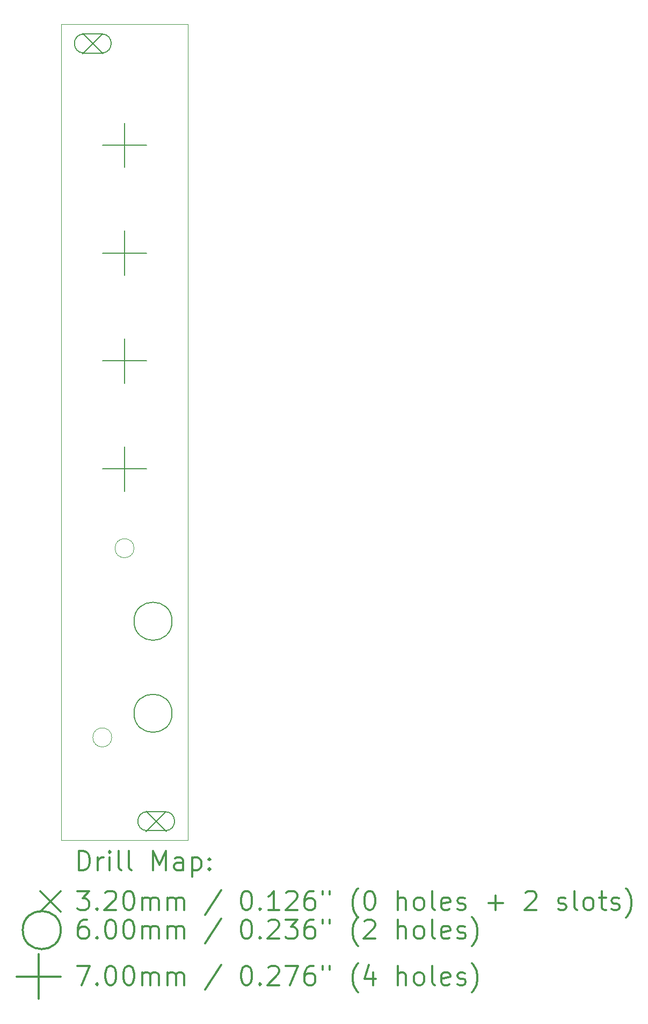
<source format=gbr>
%FSLAX45Y45*%
G04 Gerber Fmt 4.5, Leading zero omitted, Abs format (unit mm)*
G04 Created by KiCad (PCBNEW 5.1.9+dfsg1-1~bpo10+1) date 2022-01-20 02:52:06*
%MOMM*%
%LPD*%
G01*
G04 APERTURE LIST*
%TA.AperFunction,Profile*%
%ADD10C,0.050000*%
%TD*%
%TA.AperFunction,Profile*%
%ADD11C,0.100000*%
%TD*%
%ADD12C,0.200000*%
%ADD13C,0.300000*%
G04 APERTURE END LIST*
D10*
X6150000Y-12250000D02*
G75*
G03*
X6150000Y-12250000I-150000J0D01*
G01*
X5800000Y-15230000D02*
G75*
G03*
X5800000Y-15230000I-150000J0D01*
G01*
D11*
X7000000Y-4000000D02*
X7000000Y-16850000D01*
X5000000Y-4000000D02*
X7000000Y-4000000D01*
X5000000Y-16850000D02*
X5000000Y-4000000D01*
X7000000Y-16850000D02*
X5000000Y-16850000D01*
D12*
X5340000Y-4140000D02*
X5660000Y-4460000D01*
X5660000Y-4140000D02*
X5340000Y-4460000D01*
X5360000Y-4450000D02*
X5640000Y-4450000D01*
X5360000Y-4150000D02*
X5640000Y-4150000D01*
X5640000Y-4450000D02*
G75*
G03*
X5640000Y-4150000I0J150000D01*
G01*
X5360000Y-4150000D02*
G75*
G03*
X5360000Y-4450000I0J-150000D01*
G01*
X6340000Y-16390000D02*
X6660000Y-16710000D01*
X6660000Y-16390000D02*
X6340000Y-16710000D01*
X6360000Y-16700000D02*
X6640000Y-16700000D01*
X6360000Y-16400000D02*
X6640000Y-16400000D01*
X6640000Y-16700000D02*
G75*
G03*
X6640000Y-16400000I0J150000D01*
G01*
X6360000Y-16400000D02*
G75*
G03*
X6360000Y-16700000I0J-150000D01*
G01*
X6750000Y-13400000D02*
G75*
G03*
X6750000Y-13400000I-300000J0D01*
G01*
X6750000Y-14850000D02*
G75*
G03*
X6750000Y-14850000I-300000J0D01*
G01*
X6000000Y-5550000D02*
X6000000Y-6250000D01*
X5650000Y-5900000D02*
X6350000Y-5900000D01*
X6000000Y-7250000D02*
X6000000Y-7950000D01*
X5650000Y-7600000D02*
X6350000Y-7600000D01*
X6000000Y-8950000D02*
X6000000Y-9650000D01*
X5650000Y-9300000D02*
X6350000Y-9300000D01*
X6000000Y-10650000D02*
X6000000Y-11350000D01*
X5650000Y-11000000D02*
X6350000Y-11000000D01*
D13*
X5281428Y-17320714D02*
X5281428Y-17020714D01*
X5352857Y-17020714D01*
X5395714Y-17035000D01*
X5424286Y-17063572D01*
X5438571Y-17092143D01*
X5452857Y-17149286D01*
X5452857Y-17192143D01*
X5438571Y-17249286D01*
X5424286Y-17277857D01*
X5395714Y-17306429D01*
X5352857Y-17320714D01*
X5281428Y-17320714D01*
X5581428Y-17320714D02*
X5581428Y-17120714D01*
X5581428Y-17177857D02*
X5595714Y-17149286D01*
X5610000Y-17135000D01*
X5638571Y-17120714D01*
X5667143Y-17120714D01*
X5767143Y-17320714D02*
X5767143Y-17120714D01*
X5767143Y-17020714D02*
X5752857Y-17035000D01*
X5767143Y-17049286D01*
X5781428Y-17035000D01*
X5767143Y-17020714D01*
X5767143Y-17049286D01*
X5952857Y-17320714D02*
X5924286Y-17306429D01*
X5910000Y-17277857D01*
X5910000Y-17020714D01*
X6110000Y-17320714D02*
X6081428Y-17306429D01*
X6067143Y-17277857D01*
X6067143Y-17020714D01*
X6452857Y-17320714D02*
X6452857Y-17020714D01*
X6552857Y-17235000D01*
X6652857Y-17020714D01*
X6652857Y-17320714D01*
X6924286Y-17320714D02*
X6924286Y-17163572D01*
X6910000Y-17135000D01*
X6881428Y-17120714D01*
X6824286Y-17120714D01*
X6795714Y-17135000D01*
X6924286Y-17306429D02*
X6895714Y-17320714D01*
X6824286Y-17320714D01*
X6795714Y-17306429D01*
X6781428Y-17277857D01*
X6781428Y-17249286D01*
X6795714Y-17220714D01*
X6824286Y-17206429D01*
X6895714Y-17206429D01*
X6924286Y-17192143D01*
X7067143Y-17120714D02*
X7067143Y-17420714D01*
X7067143Y-17135000D02*
X7095714Y-17120714D01*
X7152857Y-17120714D01*
X7181428Y-17135000D01*
X7195714Y-17149286D01*
X7210000Y-17177857D01*
X7210000Y-17263572D01*
X7195714Y-17292143D01*
X7181428Y-17306429D01*
X7152857Y-17320714D01*
X7095714Y-17320714D01*
X7067143Y-17306429D01*
X7338571Y-17292143D02*
X7352857Y-17306429D01*
X7338571Y-17320714D01*
X7324286Y-17306429D01*
X7338571Y-17292143D01*
X7338571Y-17320714D01*
X7338571Y-17135000D02*
X7352857Y-17149286D01*
X7338571Y-17163572D01*
X7324286Y-17149286D01*
X7338571Y-17135000D01*
X7338571Y-17163572D01*
X4675000Y-17655000D02*
X4995000Y-17975000D01*
X4995000Y-17655000D02*
X4675000Y-17975000D01*
X5252857Y-17650714D02*
X5438571Y-17650714D01*
X5338571Y-17765000D01*
X5381428Y-17765000D01*
X5410000Y-17779286D01*
X5424286Y-17793572D01*
X5438571Y-17822143D01*
X5438571Y-17893572D01*
X5424286Y-17922143D01*
X5410000Y-17936429D01*
X5381428Y-17950714D01*
X5295714Y-17950714D01*
X5267143Y-17936429D01*
X5252857Y-17922143D01*
X5567143Y-17922143D02*
X5581428Y-17936429D01*
X5567143Y-17950714D01*
X5552857Y-17936429D01*
X5567143Y-17922143D01*
X5567143Y-17950714D01*
X5695714Y-17679286D02*
X5710000Y-17665000D01*
X5738571Y-17650714D01*
X5810000Y-17650714D01*
X5838571Y-17665000D01*
X5852857Y-17679286D01*
X5867143Y-17707857D01*
X5867143Y-17736429D01*
X5852857Y-17779286D01*
X5681428Y-17950714D01*
X5867143Y-17950714D01*
X6052857Y-17650714D02*
X6081428Y-17650714D01*
X6110000Y-17665000D01*
X6124286Y-17679286D01*
X6138571Y-17707857D01*
X6152857Y-17765000D01*
X6152857Y-17836429D01*
X6138571Y-17893572D01*
X6124286Y-17922143D01*
X6110000Y-17936429D01*
X6081428Y-17950714D01*
X6052857Y-17950714D01*
X6024286Y-17936429D01*
X6010000Y-17922143D01*
X5995714Y-17893572D01*
X5981428Y-17836429D01*
X5981428Y-17765000D01*
X5995714Y-17707857D01*
X6010000Y-17679286D01*
X6024286Y-17665000D01*
X6052857Y-17650714D01*
X6281428Y-17950714D02*
X6281428Y-17750714D01*
X6281428Y-17779286D02*
X6295714Y-17765000D01*
X6324286Y-17750714D01*
X6367143Y-17750714D01*
X6395714Y-17765000D01*
X6410000Y-17793572D01*
X6410000Y-17950714D01*
X6410000Y-17793572D02*
X6424286Y-17765000D01*
X6452857Y-17750714D01*
X6495714Y-17750714D01*
X6524286Y-17765000D01*
X6538571Y-17793572D01*
X6538571Y-17950714D01*
X6681428Y-17950714D02*
X6681428Y-17750714D01*
X6681428Y-17779286D02*
X6695714Y-17765000D01*
X6724286Y-17750714D01*
X6767143Y-17750714D01*
X6795714Y-17765000D01*
X6810000Y-17793572D01*
X6810000Y-17950714D01*
X6810000Y-17793572D02*
X6824286Y-17765000D01*
X6852857Y-17750714D01*
X6895714Y-17750714D01*
X6924286Y-17765000D01*
X6938571Y-17793572D01*
X6938571Y-17950714D01*
X7524286Y-17636429D02*
X7267143Y-18022143D01*
X7910000Y-17650714D02*
X7938571Y-17650714D01*
X7967143Y-17665000D01*
X7981428Y-17679286D01*
X7995714Y-17707857D01*
X8010000Y-17765000D01*
X8010000Y-17836429D01*
X7995714Y-17893572D01*
X7981428Y-17922143D01*
X7967143Y-17936429D01*
X7938571Y-17950714D01*
X7910000Y-17950714D01*
X7881428Y-17936429D01*
X7867143Y-17922143D01*
X7852857Y-17893572D01*
X7838571Y-17836429D01*
X7838571Y-17765000D01*
X7852857Y-17707857D01*
X7867143Y-17679286D01*
X7881428Y-17665000D01*
X7910000Y-17650714D01*
X8138571Y-17922143D02*
X8152857Y-17936429D01*
X8138571Y-17950714D01*
X8124286Y-17936429D01*
X8138571Y-17922143D01*
X8138571Y-17950714D01*
X8438571Y-17950714D02*
X8267143Y-17950714D01*
X8352857Y-17950714D02*
X8352857Y-17650714D01*
X8324286Y-17693572D01*
X8295714Y-17722143D01*
X8267143Y-17736429D01*
X8552857Y-17679286D02*
X8567143Y-17665000D01*
X8595714Y-17650714D01*
X8667143Y-17650714D01*
X8695714Y-17665000D01*
X8710000Y-17679286D01*
X8724286Y-17707857D01*
X8724286Y-17736429D01*
X8710000Y-17779286D01*
X8538571Y-17950714D01*
X8724286Y-17950714D01*
X8981428Y-17650714D02*
X8924286Y-17650714D01*
X8895714Y-17665000D01*
X8881428Y-17679286D01*
X8852857Y-17722143D01*
X8838571Y-17779286D01*
X8838571Y-17893572D01*
X8852857Y-17922143D01*
X8867143Y-17936429D01*
X8895714Y-17950714D01*
X8952857Y-17950714D01*
X8981428Y-17936429D01*
X8995714Y-17922143D01*
X9010000Y-17893572D01*
X9010000Y-17822143D01*
X8995714Y-17793572D01*
X8981428Y-17779286D01*
X8952857Y-17765000D01*
X8895714Y-17765000D01*
X8867143Y-17779286D01*
X8852857Y-17793572D01*
X8838571Y-17822143D01*
X9124286Y-17650714D02*
X9124286Y-17707857D01*
X9238571Y-17650714D02*
X9238571Y-17707857D01*
X9681428Y-18065000D02*
X9667143Y-18050714D01*
X9638571Y-18007857D01*
X9624286Y-17979286D01*
X9610000Y-17936429D01*
X9595714Y-17865000D01*
X9595714Y-17807857D01*
X9610000Y-17736429D01*
X9624286Y-17693572D01*
X9638571Y-17665000D01*
X9667143Y-17622143D01*
X9681428Y-17607857D01*
X9852857Y-17650714D02*
X9881428Y-17650714D01*
X9910000Y-17665000D01*
X9924286Y-17679286D01*
X9938571Y-17707857D01*
X9952857Y-17765000D01*
X9952857Y-17836429D01*
X9938571Y-17893572D01*
X9924286Y-17922143D01*
X9910000Y-17936429D01*
X9881428Y-17950714D01*
X9852857Y-17950714D01*
X9824286Y-17936429D01*
X9810000Y-17922143D01*
X9795714Y-17893572D01*
X9781428Y-17836429D01*
X9781428Y-17765000D01*
X9795714Y-17707857D01*
X9810000Y-17679286D01*
X9824286Y-17665000D01*
X9852857Y-17650714D01*
X10310000Y-17950714D02*
X10310000Y-17650714D01*
X10438571Y-17950714D02*
X10438571Y-17793572D01*
X10424286Y-17765000D01*
X10395714Y-17750714D01*
X10352857Y-17750714D01*
X10324286Y-17765000D01*
X10310000Y-17779286D01*
X10624286Y-17950714D02*
X10595714Y-17936429D01*
X10581428Y-17922143D01*
X10567143Y-17893572D01*
X10567143Y-17807857D01*
X10581428Y-17779286D01*
X10595714Y-17765000D01*
X10624286Y-17750714D01*
X10667143Y-17750714D01*
X10695714Y-17765000D01*
X10710000Y-17779286D01*
X10724286Y-17807857D01*
X10724286Y-17893572D01*
X10710000Y-17922143D01*
X10695714Y-17936429D01*
X10667143Y-17950714D01*
X10624286Y-17950714D01*
X10895714Y-17950714D02*
X10867143Y-17936429D01*
X10852857Y-17907857D01*
X10852857Y-17650714D01*
X11124286Y-17936429D02*
X11095714Y-17950714D01*
X11038571Y-17950714D01*
X11010000Y-17936429D01*
X10995714Y-17907857D01*
X10995714Y-17793572D01*
X11010000Y-17765000D01*
X11038571Y-17750714D01*
X11095714Y-17750714D01*
X11124286Y-17765000D01*
X11138571Y-17793572D01*
X11138571Y-17822143D01*
X10995714Y-17850714D01*
X11252857Y-17936429D02*
X11281428Y-17950714D01*
X11338571Y-17950714D01*
X11367143Y-17936429D01*
X11381428Y-17907857D01*
X11381428Y-17893572D01*
X11367143Y-17865000D01*
X11338571Y-17850714D01*
X11295714Y-17850714D01*
X11267143Y-17836429D01*
X11252857Y-17807857D01*
X11252857Y-17793572D01*
X11267143Y-17765000D01*
X11295714Y-17750714D01*
X11338571Y-17750714D01*
X11367143Y-17765000D01*
X11738571Y-17836429D02*
X11967143Y-17836429D01*
X11852857Y-17950714D02*
X11852857Y-17722143D01*
X12324286Y-17679286D02*
X12338571Y-17665000D01*
X12367143Y-17650714D01*
X12438571Y-17650714D01*
X12467143Y-17665000D01*
X12481428Y-17679286D01*
X12495714Y-17707857D01*
X12495714Y-17736429D01*
X12481428Y-17779286D01*
X12310000Y-17950714D01*
X12495714Y-17950714D01*
X12838571Y-17936429D02*
X12867143Y-17950714D01*
X12924286Y-17950714D01*
X12952857Y-17936429D01*
X12967143Y-17907857D01*
X12967143Y-17893572D01*
X12952857Y-17865000D01*
X12924286Y-17850714D01*
X12881428Y-17850714D01*
X12852857Y-17836429D01*
X12838571Y-17807857D01*
X12838571Y-17793572D01*
X12852857Y-17765000D01*
X12881428Y-17750714D01*
X12924286Y-17750714D01*
X12952857Y-17765000D01*
X13138571Y-17950714D02*
X13110000Y-17936429D01*
X13095714Y-17907857D01*
X13095714Y-17650714D01*
X13295714Y-17950714D02*
X13267143Y-17936429D01*
X13252857Y-17922143D01*
X13238571Y-17893572D01*
X13238571Y-17807857D01*
X13252857Y-17779286D01*
X13267143Y-17765000D01*
X13295714Y-17750714D01*
X13338571Y-17750714D01*
X13367143Y-17765000D01*
X13381428Y-17779286D01*
X13395714Y-17807857D01*
X13395714Y-17893572D01*
X13381428Y-17922143D01*
X13367143Y-17936429D01*
X13338571Y-17950714D01*
X13295714Y-17950714D01*
X13481428Y-17750714D02*
X13595714Y-17750714D01*
X13524286Y-17650714D02*
X13524286Y-17907857D01*
X13538571Y-17936429D01*
X13567143Y-17950714D01*
X13595714Y-17950714D01*
X13681428Y-17936429D02*
X13710000Y-17950714D01*
X13767143Y-17950714D01*
X13795714Y-17936429D01*
X13810000Y-17907857D01*
X13810000Y-17893572D01*
X13795714Y-17865000D01*
X13767143Y-17850714D01*
X13724286Y-17850714D01*
X13695714Y-17836429D01*
X13681428Y-17807857D01*
X13681428Y-17793572D01*
X13695714Y-17765000D01*
X13724286Y-17750714D01*
X13767143Y-17750714D01*
X13795714Y-17765000D01*
X13910000Y-18065000D02*
X13924286Y-18050714D01*
X13952857Y-18007857D01*
X13967143Y-17979286D01*
X13981428Y-17936429D01*
X13995714Y-17865000D01*
X13995714Y-17807857D01*
X13981428Y-17736429D01*
X13967143Y-17693572D01*
X13952857Y-17665000D01*
X13924286Y-17622143D01*
X13910000Y-17607857D01*
X4995000Y-18265000D02*
G75*
G03*
X4995000Y-18265000I-300000J0D01*
G01*
X5410000Y-18100714D02*
X5352857Y-18100714D01*
X5324286Y-18115000D01*
X5310000Y-18129286D01*
X5281428Y-18172143D01*
X5267143Y-18229286D01*
X5267143Y-18343572D01*
X5281428Y-18372143D01*
X5295714Y-18386429D01*
X5324286Y-18400714D01*
X5381428Y-18400714D01*
X5410000Y-18386429D01*
X5424286Y-18372143D01*
X5438571Y-18343572D01*
X5438571Y-18272143D01*
X5424286Y-18243572D01*
X5410000Y-18229286D01*
X5381428Y-18215000D01*
X5324286Y-18215000D01*
X5295714Y-18229286D01*
X5281428Y-18243572D01*
X5267143Y-18272143D01*
X5567143Y-18372143D02*
X5581428Y-18386429D01*
X5567143Y-18400714D01*
X5552857Y-18386429D01*
X5567143Y-18372143D01*
X5567143Y-18400714D01*
X5767143Y-18100714D02*
X5795714Y-18100714D01*
X5824286Y-18115000D01*
X5838571Y-18129286D01*
X5852857Y-18157857D01*
X5867143Y-18215000D01*
X5867143Y-18286429D01*
X5852857Y-18343572D01*
X5838571Y-18372143D01*
X5824286Y-18386429D01*
X5795714Y-18400714D01*
X5767143Y-18400714D01*
X5738571Y-18386429D01*
X5724286Y-18372143D01*
X5710000Y-18343572D01*
X5695714Y-18286429D01*
X5695714Y-18215000D01*
X5710000Y-18157857D01*
X5724286Y-18129286D01*
X5738571Y-18115000D01*
X5767143Y-18100714D01*
X6052857Y-18100714D02*
X6081428Y-18100714D01*
X6110000Y-18115000D01*
X6124286Y-18129286D01*
X6138571Y-18157857D01*
X6152857Y-18215000D01*
X6152857Y-18286429D01*
X6138571Y-18343572D01*
X6124286Y-18372143D01*
X6110000Y-18386429D01*
X6081428Y-18400714D01*
X6052857Y-18400714D01*
X6024286Y-18386429D01*
X6010000Y-18372143D01*
X5995714Y-18343572D01*
X5981428Y-18286429D01*
X5981428Y-18215000D01*
X5995714Y-18157857D01*
X6010000Y-18129286D01*
X6024286Y-18115000D01*
X6052857Y-18100714D01*
X6281428Y-18400714D02*
X6281428Y-18200714D01*
X6281428Y-18229286D02*
X6295714Y-18215000D01*
X6324286Y-18200714D01*
X6367143Y-18200714D01*
X6395714Y-18215000D01*
X6410000Y-18243572D01*
X6410000Y-18400714D01*
X6410000Y-18243572D02*
X6424286Y-18215000D01*
X6452857Y-18200714D01*
X6495714Y-18200714D01*
X6524286Y-18215000D01*
X6538571Y-18243572D01*
X6538571Y-18400714D01*
X6681428Y-18400714D02*
X6681428Y-18200714D01*
X6681428Y-18229286D02*
X6695714Y-18215000D01*
X6724286Y-18200714D01*
X6767143Y-18200714D01*
X6795714Y-18215000D01*
X6810000Y-18243572D01*
X6810000Y-18400714D01*
X6810000Y-18243572D02*
X6824286Y-18215000D01*
X6852857Y-18200714D01*
X6895714Y-18200714D01*
X6924286Y-18215000D01*
X6938571Y-18243572D01*
X6938571Y-18400714D01*
X7524286Y-18086429D02*
X7267143Y-18472143D01*
X7910000Y-18100714D02*
X7938571Y-18100714D01*
X7967143Y-18115000D01*
X7981428Y-18129286D01*
X7995714Y-18157857D01*
X8010000Y-18215000D01*
X8010000Y-18286429D01*
X7995714Y-18343572D01*
X7981428Y-18372143D01*
X7967143Y-18386429D01*
X7938571Y-18400714D01*
X7910000Y-18400714D01*
X7881428Y-18386429D01*
X7867143Y-18372143D01*
X7852857Y-18343572D01*
X7838571Y-18286429D01*
X7838571Y-18215000D01*
X7852857Y-18157857D01*
X7867143Y-18129286D01*
X7881428Y-18115000D01*
X7910000Y-18100714D01*
X8138571Y-18372143D02*
X8152857Y-18386429D01*
X8138571Y-18400714D01*
X8124286Y-18386429D01*
X8138571Y-18372143D01*
X8138571Y-18400714D01*
X8267143Y-18129286D02*
X8281428Y-18115000D01*
X8310000Y-18100714D01*
X8381428Y-18100714D01*
X8410000Y-18115000D01*
X8424286Y-18129286D01*
X8438571Y-18157857D01*
X8438571Y-18186429D01*
X8424286Y-18229286D01*
X8252857Y-18400714D01*
X8438571Y-18400714D01*
X8538571Y-18100714D02*
X8724286Y-18100714D01*
X8624286Y-18215000D01*
X8667143Y-18215000D01*
X8695714Y-18229286D01*
X8710000Y-18243572D01*
X8724286Y-18272143D01*
X8724286Y-18343572D01*
X8710000Y-18372143D01*
X8695714Y-18386429D01*
X8667143Y-18400714D01*
X8581428Y-18400714D01*
X8552857Y-18386429D01*
X8538571Y-18372143D01*
X8981428Y-18100714D02*
X8924286Y-18100714D01*
X8895714Y-18115000D01*
X8881428Y-18129286D01*
X8852857Y-18172143D01*
X8838571Y-18229286D01*
X8838571Y-18343572D01*
X8852857Y-18372143D01*
X8867143Y-18386429D01*
X8895714Y-18400714D01*
X8952857Y-18400714D01*
X8981428Y-18386429D01*
X8995714Y-18372143D01*
X9010000Y-18343572D01*
X9010000Y-18272143D01*
X8995714Y-18243572D01*
X8981428Y-18229286D01*
X8952857Y-18215000D01*
X8895714Y-18215000D01*
X8867143Y-18229286D01*
X8852857Y-18243572D01*
X8838571Y-18272143D01*
X9124286Y-18100714D02*
X9124286Y-18157857D01*
X9238571Y-18100714D02*
X9238571Y-18157857D01*
X9681428Y-18515000D02*
X9667143Y-18500714D01*
X9638571Y-18457857D01*
X9624286Y-18429286D01*
X9610000Y-18386429D01*
X9595714Y-18315000D01*
X9595714Y-18257857D01*
X9610000Y-18186429D01*
X9624286Y-18143572D01*
X9638571Y-18115000D01*
X9667143Y-18072143D01*
X9681428Y-18057857D01*
X9781428Y-18129286D02*
X9795714Y-18115000D01*
X9824286Y-18100714D01*
X9895714Y-18100714D01*
X9924286Y-18115000D01*
X9938571Y-18129286D01*
X9952857Y-18157857D01*
X9952857Y-18186429D01*
X9938571Y-18229286D01*
X9767143Y-18400714D01*
X9952857Y-18400714D01*
X10310000Y-18400714D02*
X10310000Y-18100714D01*
X10438571Y-18400714D02*
X10438571Y-18243572D01*
X10424286Y-18215000D01*
X10395714Y-18200714D01*
X10352857Y-18200714D01*
X10324286Y-18215000D01*
X10310000Y-18229286D01*
X10624286Y-18400714D02*
X10595714Y-18386429D01*
X10581428Y-18372143D01*
X10567143Y-18343572D01*
X10567143Y-18257857D01*
X10581428Y-18229286D01*
X10595714Y-18215000D01*
X10624286Y-18200714D01*
X10667143Y-18200714D01*
X10695714Y-18215000D01*
X10710000Y-18229286D01*
X10724286Y-18257857D01*
X10724286Y-18343572D01*
X10710000Y-18372143D01*
X10695714Y-18386429D01*
X10667143Y-18400714D01*
X10624286Y-18400714D01*
X10895714Y-18400714D02*
X10867143Y-18386429D01*
X10852857Y-18357857D01*
X10852857Y-18100714D01*
X11124286Y-18386429D02*
X11095714Y-18400714D01*
X11038571Y-18400714D01*
X11010000Y-18386429D01*
X10995714Y-18357857D01*
X10995714Y-18243572D01*
X11010000Y-18215000D01*
X11038571Y-18200714D01*
X11095714Y-18200714D01*
X11124286Y-18215000D01*
X11138571Y-18243572D01*
X11138571Y-18272143D01*
X10995714Y-18300714D01*
X11252857Y-18386429D02*
X11281428Y-18400714D01*
X11338571Y-18400714D01*
X11367143Y-18386429D01*
X11381428Y-18357857D01*
X11381428Y-18343572D01*
X11367143Y-18315000D01*
X11338571Y-18300714D01*
X11295714Y-18300714D01*
X11267143Y-18286429D01*
X11252857Y-18257857D01*
X11252857Y-18243572D01*
X11267143Y-18215000D01*
X11295714Y-18200714D01*
X11338571Y-18200714D01*
X11367143Y-18215000D01*
X11481428Y-18515000D02*
X11495714Y-18500714D01*
X11524286Y-18457857D01*
X11538571Y-18429286D01*
X11552857Y-18386429D01*
X11567143Y-18315000D01*
X11567143Y-18257857D01*
X11552857Y-18186429D01*
X11538571Y-18143572D01*
X11524286Y-18115000D01*
X11495714Y-18072143D01*
X11481428Y-18057857D01*
X4645000Y-18645000D02*
X4645000Y-19345000D01*
X4295000Y-18995000D02*
X4995000Y-18995000D01*
X5252857Y-18830714D02*
X5452857Y-18830714D01*
X5324286Y-19130714D01*
X5567143Y-19102143D02*
X5581428Y-19116429D01*
X5567143Y-19130714D01*
X5552857Y-19116429D01*
X5567143Y-19102143D01*
X5567143Y-19130714D01*
X5767143Y-18830714D02*
X5795714Y-18830714D01*
X5824286Y-18845000D01*
X5838571Y-18859286D01*
X5852857Y-18887857D01*
X5867143Y-18945000D01*
X5867143Y-19016429D01*
X5852857Y-19073572D01*
X5838571Y-19102143D01*
X5824286Y-19116429D01*
X5795714Y-19130714D01*
X5767143Y-19130714D01*
X5738571Y-19116429D01*
X5724286Y-19102143D01*
X5710000Y-19073572D01*
X5695714Y-19016429D01*
X5695714Y-18945000D01*
X5710000Y-18887857D01*
X5724286Y-18859286D01*
X5738571Y-18845000D01*
X5767143Y-18830714D01*
X6052857Y-18830714D02*
X6081428Y-18830714D01*
X6110000Y-18845000D01*
X6124286Y-18859286D01*
X6138571Y-18887857D01*
X6152857Y-18945000D01*
X6152857Y-19016429D01*
X6138571Y-19073572D01*
X6124286Y-19102143D01*
X6110000Y-19116429D01*
X6081428Y-19130714D01*
X6052857Y-19130714D01*
X6024286Y-19116429D01*
X6010000Y-19102143D01*
X5995714Y-19073572D01*
X5981428Y-19016429D01*
X5981428Y-18945000D01*
X5995714Y-18887857D01*
X6010000Y-18859286D01*
X6024286Y-18845000D01*
X6052857Y-18830714D01*
X6281428Y-19130714D02*
X6281428Y-18930714D01*
X6281428Y-18959286D02*
X6295714Y-18945000D01*
X6324286Y-18930714D01*
X6367143Y-18930714D01*
X6395714Y-18945000D01*
X6410000Y-18973572D01*
X6410000Y-19130714D01*
X6410000Y-18973572D02*
X6424286Y-18945000D01*
X6452857Y-18930714D01*
X6495714Y-18930714D01*
X6524286Y-18945000D01*
X6538571Y-18973572D01*
X6538571Y-19130714D01*
X6681428Y-19130714D02*
X6681428Y-18930714D01*
X6681428Y-18959286D02*
X6695714Y-18945000D01*
X6724286Y-18930714D01*
X6767143Y-18930714D01*
X6795714Y-18945000D01*
X6810000Y-18973572D01*
X6810000Y-19130714D01*
X6810000Y-18973572D02*
X6824286Y-18945000D01*
X6852857Y-18930714D01*
X6895714Y-18930714D01*
X6924286Y-18945000D01*
X6938571Y-18973572D01*
X6938571Y-19130714D01*
X7524286Y-18816429D02*
X7267143Y-19202143D01*
X7910000Y-18830714D02*
X7938571Y-18830714D01*
X7967143Y-18845000D01*
X7981428Y-18859286D01*
X7995714Y-18887857D01*
X8010000Y-18945000D01*
X8010000Y-19016429D01*
X7995714Y-19073572D01*
X7981428Y-19102143D01*
X7967143Y-19116429D01*
X7938571Y-19130714D01*
X7910000Y-19130714D01*
X7881428Y-19116429D01*
X7867143Y-19102143D01*
X7852857Y-19073572D01*
X7838571Y-19016429D01*
X7838571Y-18945000D01*
X7852857Y-18887857D01*
X7867143Y-18859286D01*
X7881428Y-18845000D01*
X7910000Y-18830714D01*
X8138571Y-19102143D02*
X8152857Y-19116429D01*
X8138571Y-19130714D01*
X8124286Y-19116429D01*
X8138571Y-19102143D01*
X8138571Y-19130714D01*
X8267143Y-18859286D02*
X8281428Y-18845000D01*
X8310000Y-18830714D01*
X8381428Y-18830714D01*
X8410000Y-18845000D01*
X8424286Y-18859286D01*
X8438571Y-18887857D01*
X8438571Y-18916429D01*
X8424286Y-18959286D01*
X8252857Y-19130714D01*
X8438571Y-19130714D01*
X8538571Y-18830714D02*
X8738571Y-18830714D01*
X8610000Y-19130714D01*
X8981428Y-18830714D02*
X8924286Y-18830714D01*
X8895714Y-18845000D01*
X8881428Y-18859286D01*
X8852857Y-18902143D01*
X8838571Y-18959286D01*
X8838571Y-19073572D01*
X8852857Y-19102143D01*
X8867143Y-19116429D01*
X8895714Y-19130714D01*
X8952857Y-19130714D01*
X8981428Y-19116429D01*
X8995714Y-19102143D01*
X9010000Y-19073572D01*
X9010000Y-19002143D01*
X8995714Y-18973572D01*
X8981428Y-18959286D01*
X8952857Y-18945000D01*
X8895714Y-18945000D01*
X8867143Y-18959286D01*
X8852857Y-18973572D01*
X8838571Y-19002143D01*
X9124286Y-18830714D02*
X9124286Y-18887857D01*
X9238571Y-18830714D02*
X9238571Y-18887857D01*
X9681428Y-19245000D02*
X9667143Y-19230714D01*
X9638571Y-19187857D01*
X9624286Y-19159286D01*
X9610000Y-19116429D01*
X9595714Y-19045000D01*
X9595714Y-18987857D01*
X9610000Y-18916429D01*
X9624286Y-18873572D01*
X9638571Y-18845000D01*
X9667143Y-18802143D01*
X9681428Y-18787857D01*
X9924286Y-18930714D02*
X9924286Y-19130714D01*
X9852857Y-18816429D02*
X9781428Y-19030714D01*
X9967143Y-19030714D01*
X10310000Y-19130714D02*
X10310000Y-18830714D01*
X10438571Y-19130714D02*
X10438571Y-18973572D01*
X10424286Y-18945000D01*
X10395714Y-18930714D01*
X10352857Y-18930714D01*
X10324286Y-18945000D01*
X10310000Y-18959286D01*
X10624286Y-19130714D02*
X10595714Y-19116429D01*
X10581428Y-19102143D01*
X10567143Y-19073572D01*
X10567143Y-18987857D01*
X10581428Y-18959286D01*
X10595714Y-18945000D01*
X10624286Y-18930714D01*
X10667143Y-18930714D01*
X10695714Y-18945000D01*
X10710000Y-18959286D01*
X10724286Y-18987857D01*
X10724286Y-19073572D01*
X10710000Y-19102143D01*
X10695714Y-19116429D01*
X10667143Y-19130714D01*
X10624286Y-19130714D01*
X10895714Y-19130714D02*
X10867143Y-19116429D01*
X10852857Y-19087857D01*
X10852857Y-18830714D01*
X11124286Y-19116429D02*
X11095714Y-19130714D01*
X11038571Y-19130714D01*
X11010000Y-19116429D01*
X10995714Y-19087857D01*
X10995714Y-18973572D01*
X11010000Y-18945000D01*
X11038571Y-18930714D01*
X11095714Y-18930714D01*
X11124286Y-18945000D01*
X11138571Y-18973572D01*
X11138571Y-19002143D01*
X10995714Y-19030714D01*
X11252857Y-19116429D02*
X11281428Y-19130714D01*
X11338571Y-19130714D01*
X11367143Y-19116429D01*
X11381428Y-19087857D01*
X11381428Y-19073572D01*
X11367143Y-19045000D01*
X11338571Y-19030714D01*
X11295714Y-19030714D01*
X11267143Y-19016429D01*
X11252857Y-18987857D01*
X11252857Y-18973572D01*
X11267143Y-18945000D01*
X11295714Y-18930714D01*
X11338571Y-18930714D01*
X11367143Y-18945000D01*
X11481428Y-19245000D02*
X11495714Y-19230714D01*
X11524286Y-19187857D01*
X11538571Y-19159286D01*
X11552857Y-19116429D01*
X11567143Y-19045000D01*
X11567143Y-18987857D01*
X11552857Y-18916429D01*
X11538571Y-18873572D01*
X11524286Y-18845000D01*
X11495714Y-18802143D01*
X11481428Y-18787857D01*
M02*

</source>
